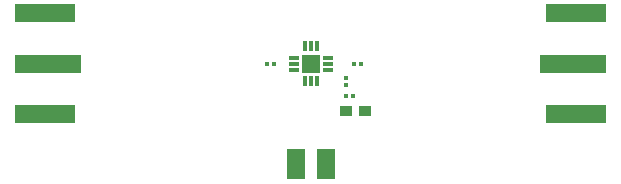
<source format=gbr>
%TF.GenerationSoftware,KiCad,Pcbnew,(5.1.6)-1*%
%TF.CreationDate,2020-10-24T11:52:24+02:00*%
%TF.ProjectId,MW_amplifier,4d575f61-6d70-46c6-9966-6965722e6b69,rev?*%
%TF.SameCoordinates,Original*%
%TF.FileFunction,Soldermask,Top*%
%TF.FilePolarity,Negative*%
%FSLAX46Y46*%
G04 Gerber Fmt 4.6, Leading zero omitted, Abs format (unit mm)*
G04 Created by KiCad (PCBNEW (5.1.6)-1) date 2020-10-24 11:52:24*
%MOMM*%
%LPD*%
G01*
G04 APERTURE LIST*
%ADD10R,1.624000X2.640000*%
%ADD11R,0.400000X0.400000*%
%ADD12R,5.100000X1.600000*%
%ADD13R,5.700000X1.600000*%
%ADD14R,1.550000X1.550000*%
%ADD15R,0.400000X0.950000*%
%ADD16R,0.950000X0.400000*%
%ADD17R,1.060000X0.900000*%
G04 APERTURE END LIST*
D10*
%TO.C,T1*%
X148730000Y-108500000D03*
X151270000Y-108500000D03*
%TD*%
D11*
%TO.C,L1*%
X153000000Y-101200000D03*
X153000000Y-101800000D03*
%TD*%
D12*
%TO.C,J2*%
X172500000Y-95750000D03*
X172500000Y-104260000D03*
X172500000Y-104260000D03*
X172500000Y-95740000D03*
D13*
X172200000Y-100000000D03*
%TD*%
D12*
%TO.C,J1*%
X127500000Y-104250000D03*
X127500000Y-95740000D03*
X127500000Y-95740000D03*
X127500000Y-104260000D03*
D13*
X127800000Y-100000000D03*
%TD*%
D14*
%TO.C,PMA3*%
X150000000Y-100000000D03*
D15*
X149490000Y-98550000D03*
X150000000Y-98550000D03*
X150510000Y-98550000D03*
D16*
X151450000Y-99490000D03*
X151450000Y-100000000D03*
X151450000Y-100510000D03*
D15*
X150510000Y-101450000D03*
X150000000Y-101450000D03*
X149490000Y-101450000D03*
D16*
X148550000Y-100510000D03*
X148550000Y-100000000D03*
X148550000Y-99490000D03*
%TD*%
D11*
%TO.C,C4*%
X154300000Y-100000000D03*
X153700000Y-100000000D03*
%TD*%
%TO.C,C3*%
X153600000Y-102743000D03*
X153000000Y-102743000D03*
%TD*%
D17*
%TO.C,C2*%
X154587000Y-104013000D03*
X153007000Y-104013000D03*
%TD*%
D11*
%TO.C,C1*%
X146908800Y-99999800D03*
X146308800Y-99999800D03*
%TD*%
M02*

</source>
